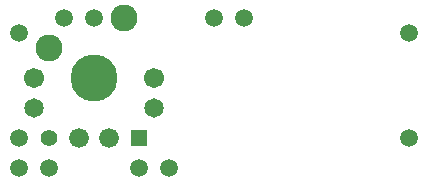
<source format=gbs>
G04 (created by PCBNEW (2013-may-18)-stable) date Sun 23 Aug 2015 06:19:44 PM EDT*
%MOIN*%
G04 Gerber Fmt 3.4, Leading zero omitted, Abs format*
%FSLAX34Y34*%
G01*
G70*
G90*
G04 APERTURE LIST*
%ADD10C,0.00590551*%
%ADD11C,0.065*%
%ADD12C,0.0590551*%
%ADD13C,0.066*%
%ADD14R,0.055X0.055*%
%ADD15C,0.055*%
%ADD16C,0.09*%
%ADD17C,0.157*%
%ADD18C,0.067*%
G04 APERTURE END LIST*
G54D10*
G54D11*
X96000Y-44500D03*
X100000Y-44500D03*
G54D12*
X98000Y-41500D03*
X97000Y-41500D03*
X95500Y-45500D03*
X95500Y-42000D03*
X95500Y-46500D03*
X96500Y-46500D03*
X108500Y-42000D03*
X108500Y-45500D03*
X102000Y-41500D03*
X103000Y-41500D03*
G54D13*
X97500Y-45500D03*
X98500Y-45500D03*
G54D14*
X99500Y-45500D03*
G54D15*
X96500Y-45500D03*
G54D16*
X99000Y-41500D03*
X96500Y-42500D03*
G54D17*
X98000Y-43500D03*
G54D18*
X96000Y-43500D03*
X100000Y-43500D03*
G54D12*
X100500Y-46500D03*
X99500Y-46500D03*
M02*

</source>
